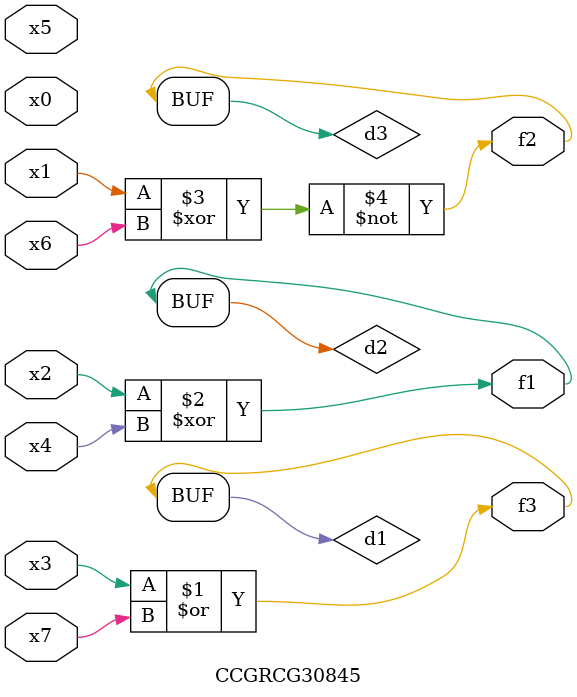
<source format=v>
module CCGRCG30845(
	input x0, x1, x2, x3, x4, x5, x6, x7,
	output f1, f2, f3
);

	wire d1, d2, d3;

	or (d1, x3, x7);
	xor (d2, x2, x4);
	xnor (d3, x1, x6);
	assign f1 = d2;
	assign f2 = d3;
	assign f3 = d1;
endmodule

</source>
